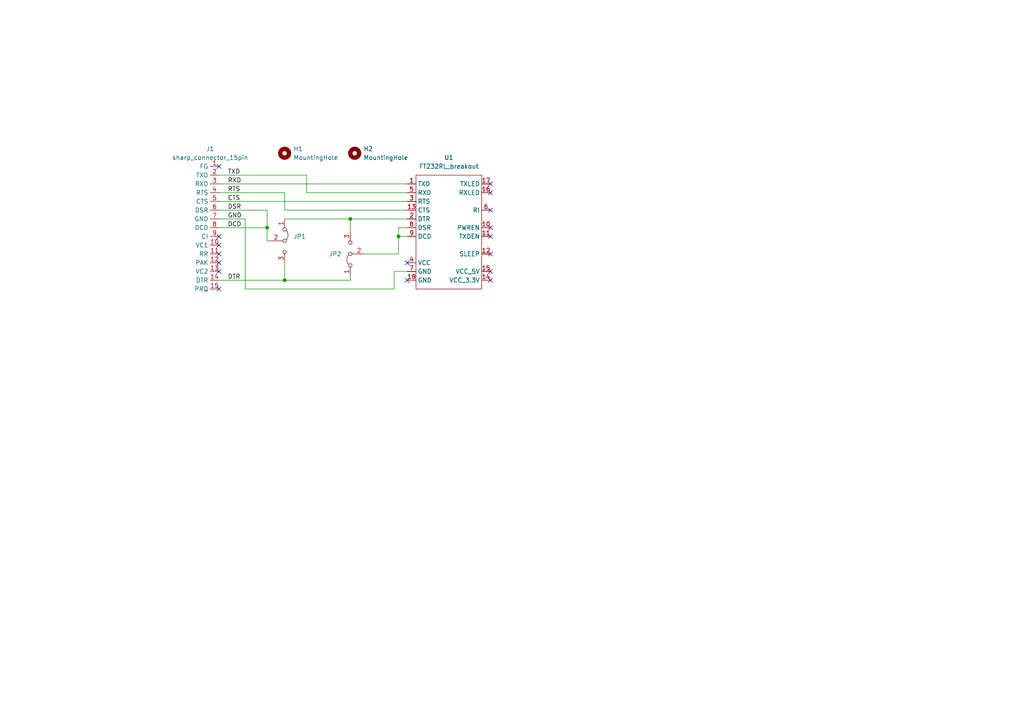
<source format=kicad_sch>
(kicad_sch (version 20211123) (generator eeschema)
  (paper "A4")
  (lib_symbols
    (symbol "Jumper:Jumper_3_Bridged12" (pin_names (offset 0) hide)
      (property "Reference" "JP" (at -2.54 -2.54 0))
      (property "Value" "Jumper_3_Bridged12" (at 0 2.794 0))
      (symbol "Jumper_3_Bridged12_0_0"
        (circle (center -3.302 0) (radius 0.508))
        (circle (center 0 0) (radius 0.508))
        (circle (center 3.302 0) (radius 0.508))
      )
      (symbol "Jumper_3_Bridged12_0_1"
        (arc (start -0.254 0.508) (mid -1.651 0.9912) (end -3.048 0.508))
        (polyline (pts (xy 0 -1.27) (xy 0 -0.508)))
      )
      (symbol "Jumper_3_Bridged12_1_1"
        (pin passive line (at -6.35 0 0) (length 2.54) (name "A") (number "1"))
        (pin input line (at 0 -3.81 90) (length 2.54) (name "C") (number "2"))
        (pin passive line (at 6.35 0 180) (length 2.54) (name "B") (number "3"))
      )
    )
    (symbol "Mechanical:MountingHole" (pin_names (offset 1.016))
      (property "Reference" "H" (at 0 5.08 0))
      (property "Value" "MountingHole" (at 0 3.175 0))
      (symbol "MountingHole_0_1"
        (circle (center 0 0) (radius 1.27) (stroke (width 1.27)))
      )
    )
    (symbol "custom:FT232RL_breakout"
      (property "Reference" "U" (at 0 0 0))
      (property "Value" "FT232RL_breakout" (at 0 -3.81 0))
      (symbol "FT232RL_breakout_0_1"
        (rectangle (start -8.89 -5.08) (end 10.16 -38.1))
      )
      (symbol "FT232RL_breakout_1_1"
        (pin passive line (at -11.43 -7.62 0) (length 2.54) (name "TXD") (number "1"))
        (pin passive line (at 12.7 -20.32 180) (length 2.54) (name "PWREN") (number "10"))
        (pin passive line (at 12.7 -22.86 180) (length 2.54) (name "TXDEN") (number "11"))
        (pin passive line (at 12.7 -27.94 180) (length 2.54) (name "SLEEP") (number "12"))
        (pin passive line (at -11.43 -15.24 0) (length 2.54) (name "CTS") (number "13"))
        (pin power_out line (at 12.7 -35.56 180) (length 2.54) (name "VCC_3.3V") (number "14"))
        (pin power_out line (at 12.7 -33.02 180) (length 2.54) (name "VCC_5V") (number "15"))
        (pin passive line (at 12.7 -10.16 180) (length 2.54) (name "RXLED") (number "16"))
        (pin passive line (at 12.7 -7.62 180) (length 2.54) (name "TXLED") (number "17"))
        (pin power_out line (at -11.43 -35.56 0) (length 2.54) (name "GND") (number "18"))
        (pin passive line (at -11.43 -17.78 0) (length 2.54) (name "DTR") (number "2"))
        (pin passive line (at -11.43 -12.7 0) (length 2.54) (name "RTS") (number "3"))
        (pin power_out line (at -11.43 -30.48 0) (length 2.54) (name "VCC") (number "4"))
        (pin passive line (at -11.43 -10.16 0) (length 2.54) (name "RXD") (number "5"))
        (pin passive line (at 12.7 -15.24 180) (length 2.54) (name "RI") (number "6"))
        (pin power_out line (at -11.43 -33.02 0) (length 2.54) (name "GND") (number "7"))
        (pin passive line (at -11.43 -20.32 0) (length 2.54) (name "DSR") (number "8"))
        (pin passive line (at -11.43 -22.86 0) (length 2.54) (name "DCD") (number "9"))
      )
    )
    (symbol "custom:sharp_connector_15pin"
      (property "Reference" "J" (at 0 0 0))
      (property "Value" "sharp_connector_15pin" (at 0 -1.27 0))
      (symbol "sharp_connector_15pin_1_1"
        (pin passive line (at 2.54 -5.08 180) (length 2.54) (name "FG") (number "1"))
        (pin passive line (at 2.54 -27.94 180) (length 2.54) (name "VC1") (number "10"))
        (pin passive line (at 2.54 -30.48 180) (length 2.54) (name "RR") (number "11"))
        (pin passive line (at 2.54 -33.02 180) (length 2.54) (name "PAK") (number "12"))
        (pin passive line (at 2.54 -35.56 180) (length 2.54) (name "VC2") (number "13"))
        (pin passive line (at 2.54 -38.1 180) (length 2.54) (name "DTR") (number "14"))
        (pin passive line (at 2.54 -40.64 180) (length 2.54) (name "PRQ") (number "15"))
        (pin passive line (at 2.54 -7.62 180) (length 2.54) (name "TXD") (number "2"))
        (pin passive line (at 2.54 -10.16 180) (length 2.54) (name "RXD") (number "3"))
        (pin passive line (at 2.54 -12.7 180) (length 2.54) (name "RTS") (number "4"))
        (pin passive line (at 2.54 -15.24 180) (length 2.54) (name "CTS") (number "5"))
        (pin passive line (at 2.54 -17.78 180) (length 2.54) (name "DSR") (number "6"))
        (pin passive line (at 2.54 -20.32 180) (length 2.54) (name "GND") (number "7"))
        (pin passive line (at 2.54 -22.86 180) (length 2.54) (name "DCD") (number "8"))
        (pin passive line (at 2.54 -25.4 180) (length 2.54) (name "CI") (number "9"))
      )
    )
  )
  (junction (at 101.6 63.5))
  (junction (at 115.57 68.58))
  (junction (at 82.55 81.28))
  (junction (at 77.47 66.04))
  (no_connect (at 118.11 81.28))
  (no_connect (at 118.11 76.2))
  (no_connect (at 142.24 60.96))
  (no_connect (at 142.24 66.04))
  (no_connect (at 142.24 68.58))
  (no_connect (at 142.24 73.66))
  (no_connect (at 142.24 78.74))
  (no_connect (at 142.24 55.88))
  (no_connect (at 142.24 53.34))
  (no_connect (at 142.24 81.28))
  (no_connect (at 63.5 48.26))
  (no_connect (at 63.5 73.66))
  (no_connect (at 63.5 83.82))
  (no_connect (at 63.5 78.74))
  (no_connect (at 63.5 76.2))
  (no_connect (at 63.5 68.58))
  (no_connect (at 63.5 71.12))
  (wire (pts (xy 118.11 68.58) (xy 115.57 68.58)))
  (wire (pts (xy 88.9 55.88) (xy 118.11 55.88)))
  (wire (pts (xy 105.41 73.66) (xy 115.57 73.66)))
  (wire (pts (xy 77.47 60.96) (xy 77.47 66.04)))
  (wire (pts (xy 63.5 53.34) (xy 118.11 53.34)))
  (wire (pts (xy 101.6 63.5) (xy 101.6 67.31)))
  (wire (pts (xy 77.47 66.04) (xy 77.47 69.85)))
  (wire (pts (xy 114.3 78.74) (xy 118.11 78.74)))
  (wire (pts (xy 88.9 50.8) (xy 88.9 55.88)))
  (wire (pts (xy 115.57 73.66) (xy 115.57 68.58)))
  (wire (pts (xy 63.5 81.28) (xy 82.55 81.28)))
  (wire (pts (xy 77.47 69.85) (xy 78.74 69.85)))
  (wire (pts (xy 82.55 76.2) (xy 82.55 81.28)))
  (wire (pts (xy 71.12 63.5) (xy 63.5 63.5)))
  (wire (pts (xy 71.12 63.5) (xy 71.12 83.82)))
  (wire (pts (xy 118.11 60.96) (xy 82.55 60.96)))
  (wire (pts (xy 63.5 66.04) (xy 77.47 66.04)))
  (wire (pts (xy 115.57 66.04) (xy 115.57 68.58)))
  (wire (pts (xy 71.12 83.82) (xy 114.3 83.82)))
  (wire (pts (xy 63.5 55.88) (xy 82.55 55.88)))
  (wire (pts (xy 63.5 60.96) (xy 77.47 60.96)))
  (wire (pts (xy 82.55 63.5) (xy 101.6 63.5)))
  (wire (pts (xy 101.6 81.28) (xy 101.6 80.01)))
  (wire (pts (xy 63.5 58.42) (xy 118.11 58.42)))
  (wire (pts (xy 115.57 66.04) (xy 118.11 66.04)))
  (wire (pts (xy 63.5 50.8) (xy 88.9 50.8)))
  (wire (pts (xy 114.3 78.74) (xy 114.3 83.82)))
  (wire (pts (xy 82.55 55.88) (xy 82.55 60.96)))
  (wire (pts (xy 101.6 63.5) (xy 118.11 63.5)))
  (wire (pts (xy 82.55 81.28) (xy 101.6 81.28)))
  (label "DTR" (at 66.04 81.28 0))
  (label "DSR" (at 66.04 60.96 0))
  (label "GND" (at 66.04 63.5 0))
  (label "DCD" (at 66.04 66.04 0))
  (label "CTS" (at 66.04 58.42 0))
  (label "RXD" (at 66.04 53.34 0))
  (label "TXD" (at 66.04 50.8 0))
  (label "RTS" (at 66.04 55.88 0))
  (symbol (lib_id "Mechanical:MountingHole") (at 82.55 44.45 0) (unit 1)
    (property "Reference" "H1" (at 85.09 43.1799 0) (effects (justify left)))
    (property "Value" "MountingHole" (at 85.09 45.7199 0) (effects (justify left)))
    (property "Footprint" "MountingHole:MountingHole_2.5mm" (effects hide))
  )
  (symbol (lib_id "Jumper:Jumper_3_Bridged12") (at 82.55 69.85 270) (unit 1)
    (property "Reference" "JP1" (at 85.09 68.5799 90) (effects (justify left)))
    (property "Value" "Jumper_3_Bridged12" (effects hide))
    (property "Footprint" "Connector_PinHeader_2.54mm:PinHeader_1x03_P2.54mm_Vertical" (effects hide))
  )
  (symbol (lib_id "Mechanical:MountingHole") (at 102.87 44.45 0) (unit 1)
    (property "Reference" "H2" (at 105.41 43.1799 0) (effects (justify left)))
    (property "Value" "MountingHole" (at 105.41 45.7199 0) (effects (justify left)))
    (property "Footprint" "MountingHole:MountingHole_2.5mm" (effects hide))
  )
  (symbol (lib_id "Jumper:Jumper_3_Bridged12") (at 101.6 73.66 90) (unit 1)
    (property "Reference" "JP2" (at 99.06 73.6599 90) (effects (justify left)))
    (property "Value" "Jumper_3_Bridged12" (effects hide))
    (property "Footprint" "Connector_PinHeader_2.54mm:PinHeader_1x03_P2.54mm_Vertical" (effects hide))
  )
  (symbol (lib_id "custom:FT232RL_breakout") (at 129.54 45.72 0) (unit 1)
    (property "Reference" "U1" (at 130.175 45.72 0))
    (property "Value" "FT232RL_breakout" (at 130.175 48.26 0))
    (property "Footprint" "custom:FT232RL_breakout" (effects hide))
  )
  (symbol (lib_id "custom:sharp_connector_15pin") (at 60.96 43.18 0) (unit 1)
    (property "Reference" "J1" (at 60.96 43.18 0))
    (property "Value" "sharp_connector_15pin" (at 60.96 45.72 0))
    (property "Footprint" "custom:sharp_connector_15pin" (effects hide))
  )
)
</source>
